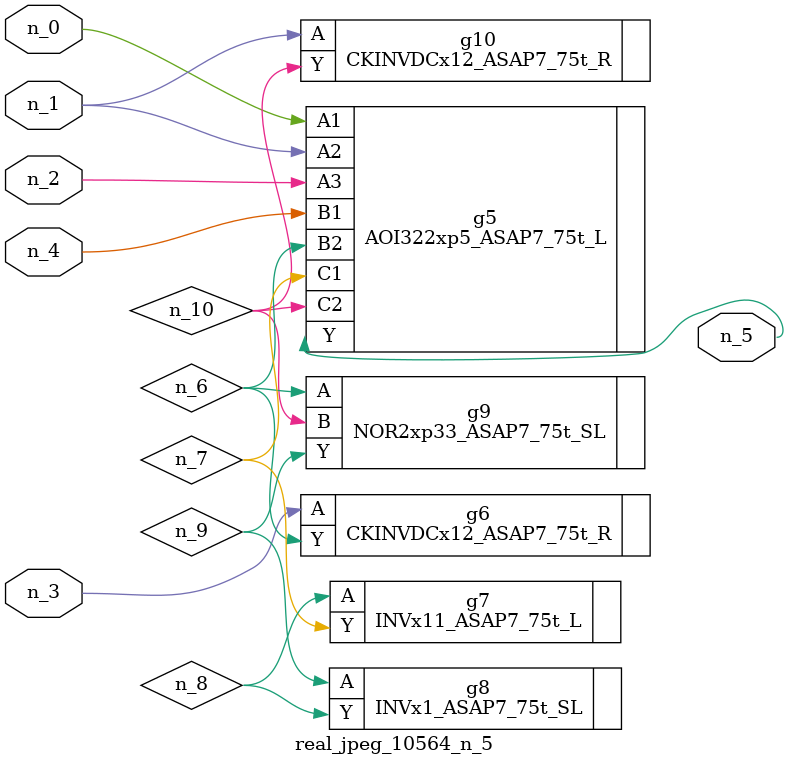
<source format=v>
module real_jpeg_10564_n_5 (n_4, n_0, n_1, n_2, n_3, n_5);

input n_4;
input n_0;
input n_1;
input n_2;
input n_3;

output n_5;

wire n_8;
wire n_6;
wire n_7;
wire n_10;
wire n_9;

AOI322xp5_ASAP7_75t_L g5 ( 
.A1(n_0),
.A2(n_1),
.A3(n_2),
.B1(n_4),
.B2(n_6),
.C1(n_7),
.C2(n_10),
.Y(n_5)
);

CKINVDCx12_ASAP7_75t_R g10 ( 
.A(n_1),
.Y(n_10)
);

CKINVDCx12_ASAP7_75t_R g6 ( 
.A(n_3),
.Y(n_6)
);

NOR2xp33_ASAP7_75t_SL g9 ( 
.A(n_6),
.B(n_10),
.Y(n_9)
);

INVx11_ASAP7_75t_L g7 ( 
.A(n_8),
.Y(n_7)
);

INVx1_ASAP7_75t_SL g8 ( 
.A(n_9),
.Y(n_8)
);


endmodule
</source>
